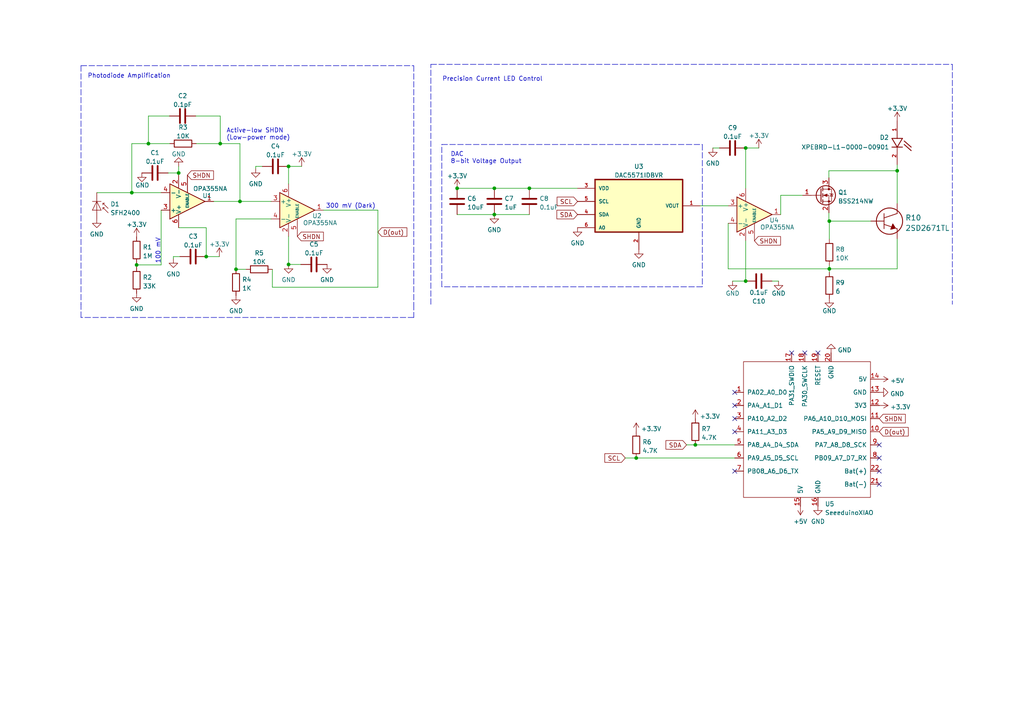
<source format=kicad_sch>
(kicad_sch (version 20211123) (generator eeschema)
  (paper "A4")
  (lib_symbols
    (symbol "2SD2671TL:2SD2671TL" (pin_numbers hide) (pin_names (offset 0) hide)
      (property "Reference" "R" (at 10.16 2.54 0))
      (property "Value" "2SD2671TL" (at 10.16 -5.08 0))
      (symbol "2SD2671TL_1_1"
        (polyline (pts (xy 2.54 0) (xy 3.81 0)) (stroke (width 0.2032)))
        (polyline (pts (xy 3.81 -2.2098) (xy 3.81 2.2098)) (stroke (width 0.2032)))
        (polyline (pts (xy 3.81 -0.9398) (xy 7.62 -2.2098)) (stroke (width 0.2032)))
        (polyline (pts (xy 3.81 0.9398) (xy 7.62 2.2098)) (stroke (width 0.2032)))
        (polyline (pts (xy 5.715 -2.3876) (xy 7.1374 -2.0574)) (stroke (width 0.127)))
        (polyline (pts (xy 6.35 -0.7874) (xy 5.715 -2.3876)) (stroke (width 0.127)))
        (polyline (pts (xy 7.1374 -2.0574) (xy 6.35 -0.7874)) (stroke (width 0.127)))
        (polyline (pts (xy 7.62 -2.54) (xy 7.62 -2.2098)) (stroke (width 0.2032)))
        (polyline (pts (xy 7.62 2.2098) (xy 7.62 2.54)) (stroke (width 0.2032)))
        (polyline (pts (xy 6.35 -0.7874) (xy 7.1374 -2.0574) (xy 5.715 -2.3876) (xy 6.35 -0.7874)) (fill (type outline)))
        (circle (center 5.3848 0) (radius 3.81) (stroke (width 0.254)))
        (pin unspecified line (at 7.62 5.08 270) (length 2.54) (name "~") (number "1"))
        (pin unspecified line (at 0 0 0) (length 2.54) (name "~") (number "2"))
        (pin unspecified line (at 7.62 -5.08 90) (length 2.54) (name "~") (number "3"))
      )
    )
    (symbol "Amplifier_Operational:OPA355NA" (pin_names (offset 0.127))
      (property "Reference" "U" (at 3.81 3.81 0))
      (property "Value" "OPA355NA" (at 3.81 -3.81 0))
      (symbol "OPA355NA_0_1"
        (polyline (pts (xy -5.08 5.08) (xy 5.08 0) (xy -5.08 -5.08) (xy -5.08 5.08)) (stroke (width 0.254)) (fill (type background)))
      )
      (symbol "OPA355NA_1_1"
        (pin output line (at 7.62 0 180) (length 2.54) (name "~") (number "1"))
        (pin power_in line (at -2.54 -7.62 90) (length 3.81) (name "V-") (number "2"))
        (pin input line (at -7.62 2.54 0) (length 2.54) (name "+") (number "3"))
        (pin input line (at -7.62 -2.54 0) (length 2.54) (name "-") (number "4"))
        (pin input line (at 0 -7.62 90) (length 5.08) (name "ENABLE") (number "5"))
        (pin power_in line (at -2.54 7.62 270) (length 3.81) (name "V+") (number "6"))
      )
    )
    (symbol "DAC5571IDBVR:DAC5571IDBVR" (pin_names (offset 1.016))
      (property "Reference" "U" (at -12.7 8.6106 0))
      (property "Value" "DAC5571IDBVR" (at -12.7 -11.6078 0))
      (symbol "DAC5571IDBVR_0_0"
        (rectangle (start -12.7 -7.62) (end 12.7 7.62) (stroke (width 0.4064)) (fill (type background)))
        (pin input line (at 17.78 0 180) (length 5.08) (name "VOUT") (number "1"))
        (pin input line (at 0 -12.7 90) (length 5.08) (name "GND") (number "2"))
        (pin input line (at -17.78 5.08 0) (length 5.08) (name "VDD") (number "3"))
        (pin bidirectional line (at -17.78 -2.54 0) (length 5.08) (name "SDA") (number "4"))
        (pin bidirectional line (at -17.78 1.27 0) (length 5.08) (name "SCL") (number "5"))
        (pin bidirectional line (at -17.78 -6.35 0) (length 5.08) (name "A0") (number "6"))
      )
    )
    (symbol "Device:C" (pin_numbers hide) (pin_names (offset 0.254))
      (property "Reference" "C" (at 0.635 2.54 0))
      (property "Value" "C" (at 0.635 -2.54 0))
      (symbol "C_0_1"
        (polyline (pts (xy -2.032 -0.762) (xy 2.032 -0.762)) (stroke (width 0.508)))
        (polyline (pts (xy -2.032 0.762) (xy 2.032 0.762)) (stroke (width 0.508)))
      )
      (symbol "C_1_1"
        (pin passive line (at 0 3.81 270) (length 2.794) (name "~") (number "1"))
        (pin passive line (at 0 -3.81 90) (length 2.794) (name "~") (number "2"))
      )
    )
    (symbol "Device:R" (pin_numbers hide) (pin_names (offset 0))
      (property "Reference" "R" (at 2.032 0 90))
      (property "Value" "R" (at 0 0 90))
      (symbol "R_0_1"
        (rectangle (start -1.016 -2.54) (end 1.016 2.54) (stroke (width 0.254)))
      )
      (symbol "R_1_1"
        (pin passive line (at 0 3.81 270) (length 1.27) (name "~") (number "1"))
        (pin passive line (at 0 -3.81 90) (length 1.27) (name "~") (number "2"))
      )
    )
    (symbol "Seeeduino XIAO:SeeeduinoXIAO" (pin_names (offset 1.016))
      (property "Reference" "U" (at -19.05 22.86 0))
      (property "Value" "SeeeduinoXIAO" (at -12.7 21.59 0))
      (symbol "SeeeduinoXIAO_0_1"
        (rectangle (start -19.05 20.32) (end 17.78 -19.05))
      )
      (symbol "SeeeduinoXIAO_1_1"
        (pin unspecified line (at -21.59 11.43 0) (length 2.54) (name "PA02_A0_D0") (number "1"))
        (pin unspecified line (at 20.32 0 180) (length 2.54) (name "PA5_A9_D9_MISO") (number "10"))
        (pin unspecified line (at 20.32 3.81 180) (length 2.54) (name "PA6_A10_D10_MOSI") (number "11"))
        (pin unspecified line (at 20.32 7.62 180) (length 2.54) (name "3V3") (number "12"))
        (pin unspecified line (at 20.32 11.43 180) (length 2.54) (name "GND") (number "13"))
        (pin unspecified line (at 20.32 15.24 180) (length 2.54) (name "5V") (number "14"))
        (pin input line (at -2.54 -21.59 90) (length 2.54) (name "5V") (number "15"))
        (pin input line (at 2.54 -21.59 90) (length 2.54) (name "GND") (number "16"))
        (pin input line (at -5.08 22.86 270) (length 2.54) (name "PA31_SWDIO") (number "17"))
        (pin input line (at -1.27 22.86 270) (length 2.54) (name "PA30_SWCLK") (number "18"))
        (pin input line (at 2.54 22.86 270) (length 2.54) (name "RESET") (number "19"))
        (pin unspecified line (at -21.59 7.62 0) (length 2.54) (name "PA4_A1_D1") (number "2"))
        (pin input line (at 6.35 22.86 270) (length 2.54) (name "GND") (number "20"))
        (pin input line (at 20.32 -15.24 180) (length 2.54) (name "Bat(-)") (number "21"))
        (pin input line (at 20.32 -11.43 180) (length 2.54) (name "Bat(+)") (number "22"))
        (pin unspecified line (at -21.59 3.81 0) (length 2.54) (name "PA10_A2_D2") (number "3"))
        (pin unspecified line (at -21.59 0 0) (length 2.54) (name "PA11_A3_D3") (number "4"))
        (pin unspecified line (at -21.59 -3.81 0) (length 2.54) (name "PA8_A4_D4_SDA") (number "5"))
        (pin unspecified line (at -21.59 -7.62 0) (length 2.54) (name "PA9_A5_D5_SCL") (number "6"))
        (pin unspecified line (at -21.59 -11.43 0) (length 2.54) (name "PB08_A6_D6_TX") (number "7"))
        (pin unspecified line (at 20.32 -7.62 180) (length 2.54) (name "PB09_A7_D7_RX") (number "8"))
        (pin unspecified line (at 20.32 -3.81 180) (length 2.54) (name "PA7_A8_D8_SCK") (number "9"))
      )
    )
    (symbol "Sensor_Optical:SFH2400" (pin_numbers hide) (pin_names hide)
      (property "Reference" "D" (at 0.508 1.778 0))
      (property "Value" "SFH2400" (at -1.016 -2.794 0))
      (symbol "SFH2400_0_1"
        (polyline (pts (xy -2.54 1.27) (xy -2.54 -1.27)) (stroke (width 0.1524)))
        (polyline (pts (xy -2.032 1.778) (xy -1.524 1.778)))
        (polyline (pts (xy 0 0) (xy -2.54 0)))
        (polyline (pts (xy 0 1.27) (xy 0 -1.27)))
        (polyline (pts (xy -0.508 3.302) (xy -2.032 1.778) (xy -2.032 2.286)))
        (polyline (pts (xy 0 1.27) (xy -2.54 0) (xy 0 -1.27)))
        (polyline (pts (xy 0.762 3.302) (xy -0.762 1.778) (xy -0.762 2.286) (xy -0.762 1.778) (xy -0.254 1.778)))
      )
      (symbol "SFH2400_1_1"
        (pin passive line (at -5.08 0 0) (length 2.54) (name "K") (number "1"))
        (pin passive line (at 2.54 0 180) (length 2.54) (name "A") (number "2"))
      )
    )
    (symbol "Transistor_FET:BSS214NW" (pin_names hide)
      (property "Reference" "Q" (at 5.08 1.905 0))
      (property "Value" "BSS214NW" (at 5.08 0 0))
      (symbol "BSS214NW_0_1"
        (polyline (pts (xy 0.254 0) (xy -2.54 0)))
        (polyline (pts (xy 0.254 1.905) (xy 0.254 -1.905)) (stroke (width 0.254)))
        (polyline (pts (xy 0.762 -1.27) (xy 0.762 -2.286)) (stroke (width 0.254)))
        (polyline (pts (xy 0.762 0.508) (xy 0.762 -0.508)) (stroke (width 0.254)))
        (polyline (pts (xy 0.762 2.286) (xy 0.762 1.27)) (stroke (width 0.254)))
        (polyline (pts (xy 2.54 2.54) (xy 2.54 1.778)))
        (polyline (pts (xy 2.54 -2.54) (xy 2.54 0) (xy 0.762 0)))
        (polyline (pts (xy 0.762 -1.778) (xy 3.302 -1.778) (xy 3.302 1.778) (xy 0.762 1.778)))
        (polyline (pts (xy 1.016 0) (xy 2.032 0.381) (xy 2.032 -0.381) (xy 1.016 0)) (fill (type outline)))
        (polyline (pts (xy 2.794 0.508) (xy 2.921 0.381) (xy 3.683 0.381) (xy 3.81 0.254)))
        (polyline (pts (xy 3.302 0.381) (xy 2.921 -0.254) (xy 3.683 -0.254) (xy 3.302 0.381)))
        (circle (center 1.651 0) (radius 2.794) (stroke (width 0.254)))
        (circle (center 2.54 -1.778) (radius 0.254) (fill (type outline)))
        (circle (center 2.54 1.778) (radius 0.254) (fill (type outline)))
      )
      (symbol "BSS214NW_1_1"
        (pin input line (at -5.08 0 0) (length 2.54) (name "G") (number "1"))
        (pin passive line (at 2.54 -5.08 90) (length 2.54) (name "S") (number "2"))
        (pin passive line (at 2.54 5.08 270) (length 2.54) (name "D") (number "3"))
      )
    )
    (symbol "XPEBRD-L1-0000-00901:XPEBRD-L1-0000-00901" (pin_names (offset 1.016) hide)
      (property "Reference" "D" (at -5.08 5.588 0))
      (property "Value" "XPEBRD-L1-0000-00901" (at -5.1054 -7.6454 0))
      (symbol "XPEBRD-L1-0000-00901_0_0"
        (polyline (pts (xy 0 -1.524) (xy 2.54 0)) (stroke (width 0.254)))
        (polyline (pts (xy 0 0) (xy -2.54 0)) (stroke (width 0.1524)))
        (polyline (pts (xy 0 0) (xy 0 -1.524)) (stroke (width 0.254)))
        (polyline (pts (xy 0 1.524) (xy 0 0)) (stroke (width 0.254)))
        (polyline (pts (xy 0.762 2.032) (xy 2.54 4.064)) (stroke (width 0.254)))
        (polyline (pts (xy 1.778 2.032) (xy 3.556 4.064)) (stroke (width 0.254)))
        (polyline (pts (xy 2.54 0) (xy 0 1.524)) (stroke (width 0.254)))
        (polyline (pts (xy 2.54 1.524) (xy 2.54 -1.524)) (stroke (width 0.254)))
        (pin passive line (at -5.08 0 0) (length 5.08) (name "~") (number "1"))
        (pin passive line (at 7.62 0 180) (length 5.08) (name "~") (number "2"))
      )
    )
    (symbol "power:+3.3V" (power) (pin_names (offset 0))
      (property "Value" "+3.3V" (at 0 3.556 0))
      (symbol "+3.3V_0_1"
        (polyline (pts (xy -0.762 1.27) (xy 0 2.54)))
        (polyline (pts (xy 0 0) (xy 0 2.54)))
        (polyline (pts (xy 0 2.54) (xy 0.762 1.27)))
      )
      (symbol "+3.3V_1_1"
        (pin power_in line (at 0 0 90) (length 0) hide (name "+3.3V") (number "1"))
      )
    )
    (symbol "power:+5V" (power) (pin_names (offset 0))
      (property "Value" "+5V" (at 0 3.556 0))
      (symbol "+5V_0_1"
        (polyline (pts (xy -0.762 1.27) (xy 0 2.54)))
        (polyline (pts (xy 0 0) (xy 0 2.54)))
        (polyline (pts (xy 0 2.54) (xy 0.762 1.27)))
      )
      (symbol "+5V_1_1"
        (pin power_in line (at 0 0 90) (length 0) hide (name "+5V") (number "1"))
      )
    )
    (symbol "power:GND" (power) (pin_names (offset 0))
      (property "Value" "GND" (at 0 -3.81 0))
      (symbol "GND_0_1"
        (polyline (pts (xy 0 0) (xy 0 -1.27) (xy 1.27 -1.27) (xy 0 -2.54) (xy -1.27 -1.27) (xy 0 -1.27)))
      )
      (symbol "GND_1_1"
        (pin power_in line (at 0 0 270) (length 0) hide (name "GND") (number "1"))
      )
    )
  )
  (junction (at 132.588 54.61))
  (junction (at 83.693 48.26))
  (junction (at 260.223 49.53))
  (junction (at 43.053 41.656))
  (junction (at 59.817 74.422))
  (junction (at 216.281 42.926))
  (junction (at 153.543 54.61))
  (junction (at 68.453 78.105))
  (junction (at 83.693 76.708))
  (junction (at 63.881 41.656))
  (junction (at 240.538 64.135))
  (junction (at 143.383 54.61))
  (junction (at 240.538 77.978))
  (junction (at 69.596 58.42))
  (junction (at 216.281 81.534))
  (junction (at 39.624 76.835))
  (junction (at 143.383 62.23))
  (junction (at 38.227 55.88))
  (junction (at 201.676 129.032))
  (junction (at 51.816 50.165))
  (junction (at 184.531 132.842))
  (no_connect (at 213.106 125.222))
  (no_connect (at 213.106 121.412))
  (no_connect (at 213.106 117.602))
  (no_connect (at 213.106 113.792))
  (no_connect (at 213.106 136.652))
  (no_connect (at 255.016 136.652))
  (no_connect (at 255.016 140.462))
  (no_connect (at 255.016 129.032))
  (no_connect (at 255.016 132.842))
  (no_connect (at 229.616 102.362))
  (no_connect (at 233.426 102.362))
  (no_connect (at 237.236 102.362))
  (wire (pts (xy 132.588 54.61) (xy 143.383 54.61)))
  (wire (pts (xy 83.693 48.26) (xy 87.503 48.26)))
  (wire (pts (xy 68.453 78.105) (xy 71.374 78.105)))
  (wire (pts (xy 83.693 68.58) (xy 83.693 76.708)))
  (wire (pts (xy 78.994 83.312) (xy 109.601 83.312)))
  (polyline (pts (xy 128.143 83.185) (xy 128.143 41.91)))
  (wire (pts (xy 240.538 64.135) (xy 252.603 64.135)))
  (wire (pts (xy 49.276 41.656) (xy 43.053 41.656)))
  (wire (pts (xy 225.806 81.534) (xy 223.901 81.534)))
  (wire (pts (xy 199.136 129.032) (xy 201.676 129.032)))
  (wire (pts (xy 240.411 64.135) (xy 240.538 64.135)))
  (wire (pts (xy 48.768 50.165) (xy 51.816 50.165)))
  (wire (pts (xy 46.736 76.835) (xy 46.736 60.96)))
  (wire (pts (xy 83.693 48.26) (xy 83.693 53.34)))
  (wire (pts (xy 260.223 47.752) (xy 260.223 49.53)))
  (polyline (pts (xy 203.708 41.91) (xy 203.708 83.185)))
  (wire (pts (xy 240.538 64.135) (xy 240.538 69.342)))
  (wire (pts (xy 78.994 78.105) (xy 78.994 83.312)))
  (wire (pts (xy 260.223 69.215) (xy 260.223 77.978)))
  (wire (pts (xy 68.453 63.5) (xy 68.453 78.105)))
  (wire (pts (xy 59.817 66.04) (xy 59.817 74.422)))
  (polyline (pts (xy 23.495 19.05) (xy 23.495 88.265)))
  (polyline (pts (xy 120.015 88.265) (xy 120.015 92.075)))
  (wire (pts (xy 59.817 74.422) (xy 63.627 74.422)))
  (polyline (pts (xy 203.708 83.185) (xy 128.143 83.185)))
  (wire (pts (xy 240.538 77.978) (xy 240.538 78.994)))
  (polyline (pts (xy 23.495 92.075) (xy 23.495 88.265)))
  (wire (pts (xy 69.596 58.42) (xy 78.613 58.42)))
  (wire (pts (xy 69.596 41.656) (xy 69.596 58.42)))
  (wire (pts (xy 50.292 74.422) (xy 52.197 74.422)))
  (wire (pts (xy 143.383 54.61) (xy 153.543 54.61)))
  (polyline (pts (xy 120.015 19.05) (xy 120.015 88.265)))
  (wire (pts (xy 51.816 66.04) (xy 59.817 66.04)))
  (wire (pts (xy 216.281 42.926) (xy 220.091 42.926)))
  (wire (pts (xy 63.881 33.655) (xy 63.881 41.656)))
  (wire (pts (xy 132.588 62.23) (xy 143.383 62.23)))
  (wire (pts (xy 240.411 51.562) (xy 240.411 49.53)))
  (wire (pts (xy 43.053 33.655) (xy 43.053 41.656)))
  (wire (pts (xy 260.223 77.978) (xy 240.538 77.978)))
  (polyline (pts (xy 23.495 19.05) (xy 120.015 19.05)))
  (wire (pts (xy 83.693 76.708) (xy 87.249 76.708)))
  (wire (pts (xy 216.281 81.534) (xy 212.471 81.534)))
  (wire (pts (xy 226.441 56.642) (xy 232.791 56.642)))
  (wire (pts (xy 74.168 48.26) (xy 76.073 48.26)))
  (wire (pts (xy 184.531 132.842) (xy 213.106 132.842)))
  (polyline (pts (xy 128.143 41.91) (xy 203.708 41.91)))
  (wire (pts (xy 143.383 62.23) (xy 153.543 62.23)))
  (wire (pts (xy 109.601 60.96) (xy 109.601 83.312)))
  (wire (pts (xy 49.149 33.655) (xy 43.053 33.655)))
  (polyline (pts (xy 124.968 18.669) (xy 276.225 18.669)))
  (wire (pts (xy 203.073 59.69) (xy 211.201 59.69)))
  (wire (pts (xy 181.356 132.842) (xy 184.531 132.842)))
  (wire (pts (xy 153.543 54.61) (xy 167.513 54.61)))
  (wire (pts (xy 211.201 77.978) (xy 240.538 77.978)))
  (wire (pts (xy 226.441 62.23) (xy 226.441 56.642)))
  (polyline (pts (xy 124.968 88.265) (xy 124.968 18.669)))
  (wire (pts (xy 56.769 33.655) (xy 63.881 33.655)))
  (wire (pts (xy 61.976 58.42) (xy 69.596 58.42)))
  (wire (pts (xy 51.816 50.165) (xy 51.816 50.8)))
  (wire (pts (xy 74.168 48.895) (xy 74.168 48.26)))
  (wire (pts (xy 68.453 63.5) (xy 78.613 63.5)))
  (wire (pts (xy 38.227 41.656) (xy 38.227 55.88)))
  (wire (pts (xy 50.292 75.057) (xy 50.292 74.422)))
  (polyline (pts (xy 120.015 92.075) (xy 23.495 92.075)))
  (wire (pts (xy 211.201 64.77) (xy 211.201 77.978)))
  (wire (pts (xy 56.896 41.656) (xy 63.881 41.656)))
  (wire (pts (xy 201.676 129.032) (xy 213.106 129.032)))
  (wire (pts (xy 206.756 42.926) (xy 208.661 42.926)))
  (wire (pts (xy 39.624 76.835) (xy 39.624 77.47)))
  (wire (pts (xy 240.411 61.722) (xy 240.411 64.135)))
  (wire (pts (xy 39.624 76.327) (xy 39.624 76.835)))
  (polyline (pts (xy 276.225 18.669) (xy 276.225 88.265)))
  (wire (pts (xy 240.411 49.53) (xy 260.223 49.53)))
  (wire (pts (xy 43.053 41.656) (xy 38.227 41.656)))
  (wire (pts (xy 63.881 41.656) (xy 69.596 41.656)))
  (wire (pts (xy 216.281 81.534) (xy 216.281 69.85)))
  (wire (pts (xy 51.816 48.26) (xy 51.816 50.165)))
  (wire (pts (xy 28.067 55.88) (xy 38.227 55.88)))
  (wire (pts (xy 260.223 49.53) (xy 260.223 59.055)))
  (wire (pts (xy 93.853 60.96) (xy 109.601 60.96)))
  (wire (pts (xy 38.227 55.88) (xy 46.736 55.88)))
  (wire (pts (xy 39.624 76.835) (xy 46.736 76.835)))
  (wire (pts (xy 216.281 42.926) (xy 216.281 54.61)))
  (wire (pts (xy 240.538 76.962) (xy 240.538 77.978)))
  (text "Precision Current LED Control" (at 128.27 23.749 0) (effects (font (size 1.27 1.27)) (justify left bottom)))
  (text "300 mV (Dark)" (at 108.966 60.579 180) (effects (font (size 1.27 1.27)) (justify right bottom)))
  (text "Photodiode Amplification" (at 25.4 22.86 0) (effects (font (size 1.27 1.27)) (justify left bottom)))
  (text "Active-low SHDN\n(Low-power mode)" (at 65.659 40.767 0) (effects (font (size 1.27 1.27)) (justify left bottom)))
  (text "DAC\n8-bit Voltage Output" (at 130.683 47.625 0) (effects (font (size 1.27 1.27)) (justify left bottom)))
  (text "100 mV" (at 46.609 76.581 90) (effects (font (size 1.27 1.27)) (justify left bottom)))
  (global_label "SDA" (shape input) (at 167.513 62.23 180) (property "Intersheet References" "${INTERSHEET_REFS}" (effects hide)))
  (global_label "SHDN" (shape input) (at 54.356 50.8 0) (property "Intersheet References" "${INTERSHEET_REFS}" (effects hide)))
  (global_label "SHDN" (shape input) (at 255.016 121.412 0) (property "Intersheet References" "${INTERSHEET_REFS}" (effects hide)))
  (global_label "SHDN" (shape input) (at 218.821 69.85 0) (property "Intersheet References" "${INTERSHEET_REFS}" (effects hide)))
  (global_label "SCL" (shape input) (at 181.356 132.842 180) (property "Intersheet References" "${INTERSHEET_REFS}" (effects hide)))
  (global_label "D(out)" (shape input) (at 255.016 125.222 0) (property "Intersheet References" "${INTERSHEET_REFS}" (effects hide)))
  (global_label "SDA" (shape input) (at 199.136 129.032 180) (property "Intersheet References" "${INTERSHEET_REFS}" (effects hide)))
  (global_label "SCL" (shape input) (at 167.513 58.42 180) (property "Intersheet References" "${INTERSHEET_REFS}" (effects hide)))
  (global_label "D(out)" (shape input) (at 109.601 67.31 0) (property "Intersheet References" "${INTERSHEET_REFS}" (effects hide)))
  (global_label "SHDN" (shape input) (at 86.233 68.58 0) (property "Intersheet References" "${INTERSHEET_REFS}" (effects hide)))
  (symbol (lib_id "power:+3.3V") (at 63.627 74.422 0) (unit 1)
    (property "Reference" "#PWR0128" (effects hide))
    (property "Value" "+3.3V" (at 63.627 70.8462 0))
  )
  (symbol (lib_id "power:GND") (at 39.624 85.09 0) (unit 1)
    (property "Reference" "#PWR0130" (effects hide))
    (property "Value" "GND" (at 39.624 89.5334 0))
  )
  (symbol (lib_id "Device:R") (at 184.531 129.032 0) (unit 1)
    (property "Reference" "R6" (at 186.309 128.1973 0) (effects (justify left)))
    (property "Value" "4.7K" (at 186.309 130.7342 0) (effects (justify left)))
    (property "Footprint" "Resistor_SMD:R_0805_2012Metric" (effects hide))
  )
  (symbol (lib_id "DAC5571IDBVR:DAC5571IDBVR") (at 185.293 59.69 0) (unit 1)
    (property "Reference" "U3" (at 185.293 48.294 0))
    (property "Value" "DAC5571IDBVR" (at 185.293 50.8309 0))
    (property "Footprint" "DAC5571IDBVR:SOT95P280X145-6N" (effects hide))
  )
  (symbol (lib_id "power:+5V") (at 255.016 109.982 270) (unit 1)
    (property "Reference" "#PWR0118" (effects hide))
    (property "Value" "+5V" (at 258.191 110.4158 90) (effects (justify left)))
  )
  (symbol (lib_id "power:GND") (at 68.453 85.725 0) (unit 1)
    (property "Reference" "#PWR0127" (effects hide))
    (property "Value" "GND" (at 68.453 90.1684 0))
  )
  (symbol (lib_id "Device:C") (at 212.471 42.926 90) (unit 1)
    (property "Reference" "C9" (at 212.471 37.0672 90))
    (property "Value" "0.1uF" (at 212.471 39.6041 90))
    (property "Footprint" "Capacitor_SMD:C_0805_2012Metric" (effects hide))
  )
  (symbol (lib_id "power:GND") (at 240.538 86.614 0) (unit 1)
    (property "Reference" "#PWR0112" (effects hide))
    (property "Value" "GND" (at 238.506 90.17 0) (effects (justify left)))
  )
  (symbol (lib_id "power:GND") (at 167.513 66.04 0) (unit 1)
    (property "Reference" "#PWR0104" (effects hide))
    (property "Value" "GND" (at 167.513 70.4834 0))
  )
  (symbol (lib_id "power:GND") (at 28.067 63.5 0) (unit 1)
    (property "Reference" "#PWR0125" (effects hide))
    (property "Value" "GND" (at 28.067 67.9434 0))
  )
  (symbol (lib_id "Device:R") (at 39.624 81.28 180) (unit 1)
    (property "Reference" "R2" (at 41.402 80.4453 0) (effects (justify right)))
    (property "Value" "33K" (at 41.402 82.9822 0) (effects (justify right)))
    (property "Footprint" "Resistor_SMD:R_0805_2012Metric" (effects hide))
  )
  (symbol (lib_id "Device:R") (at 201.676 125.222 0) (unit 1)
    (property "Reference" "R7" (at 203.454 124.3873 0) (effects (justify left)))
    (property "Value" "4.7K" (at 203.454 126.9242 0) (effects (justify left)))
    (property "Footprint" "Resistor_SMD:R_0805_2012Metric" (effects hide))
  )
  (symbol (lib_id "power:GND") (at 94.869 76.708 0) (unit 1)
    (property "Reference" "#PWR0103" (effects hide))
    (property "Value" "GND" (at 94.869 81.1514 0))
  )
  (symbol (lib_id "2SD2671TL:2SD2671TL") (at 252.603 64.135 0) (unit 1)
    (property "Reference" "R10" (at 262.5598 63.1588 0) (effects (font (size 1.524 1.524)) (justify left)))
    (property "Value" "2SD2671TL" (at 262.5598 66.1522 0) (effects (font (size 1.524 1.524)) (justify left)))
    (property "Footprint" "2SD2671TL:2SD2671TL" (effects hide))
  )
  (symbol (lib_id "Amplifier_Operational:OPA355NA") (at 54.356 58.42 0) (mirror x) (unit 1)
    (property "Reference" "U1" (at 60.071 56.769 0))
    (property "Value" "OPA355NA" (at 60.96 54.737 0))
    (property "Footprint" "Package_TO_SOT_SMD:SOT-23-6" (effects hide))
    (property "Datasheet" "http://www.ti.com/lit/ds/symlink/opa355.pdf" (effects hide))
  )
  (symbol (lib_id "power:GND") (at 255.016 113.792 90) (unit 1)
    (property "Reference" "#PWR0119" (effects hide))
    (property "Value" "GND" (at 258.191 114.2258 90) (effects (justify right)))
  )
  (symbol (lib_id "power:+3.3V") (at 132.588 54.61 0) (unit 1)
    (property "Reference" "#PWR0107" (effects hide))
    (property "Value" "+3.3V" (at 132.588 51.0342 0))
  )
  (symbol (lib_id "Transistor_FET:BSS214NW") (at 237.871 56.642 0) (unit 1)
    (property "Reference" "Q1" (at 243.078 55.8073 0) (effects (justify left)))
    (property "Value" "BSS214NW" (at 243.078 58.3442 0) (effects (justify left)))
    (property "Footprint" "Package_TO_SOT_SMD:SOT-323_SC-70" (effects hide))
    (property "Datasheet" "https://www.infineon.com/dgdl/Infineon-BSS214NW-DS-v02_02-en.pdf?fileId=db3a30431b3e89eb011b695aebc01bde" (effects hide))
  )
  (symbol (lib_id "Device:C") (at 91.059 76.708 90) (unit 1)
    (property "Reference" "C5" (at 91.059 70.8492 90))
    (property "Value" "0.1uF" (at 91.059 73.3861 90))
    (property "Footprint" "Capacitor_SMD:C_0805_2012Metric" (effects hide))
  )
  (symbol (lib_id "Device:C") (at 56.007 74.422 90) (unit 1)
    (property "Reference" "C3" (at 56.007 68.5632 90))
    (property "Value" "0.1uF" (at 56.007 71.1001 90))
    (property "Footprint" "Capacitor_SMD:C_0805_2012Metric" (effects hide))
  )
  (symbol (lib_id "Amplifier_Operational:OPA355NA") (at 86.233 60.96 0) (unit 1)
    (property "Reference" "U2" (at 91.948 62.611 0))
    (property "Value" "OPA355NA" (at 92.837 64.643 0))
    (property "Footprint" "Package_TO_SOT_SMD:SOT-23-6" (effects hide))
    (property "Datasheet" "http://www.ti.com/lit/ds/symlink/opa355.pdf" (effects hide))
  )
  (symbol (lib_id "Device:R") (at 68.453 81.915 180) (unit 1)
    (property "Reference" "R4" (at 70.231 81.0803 0) (effects (justify right)))
    (property "Value" "1K" (at 70.231 83.6172 0) (effects (justify right)))
    (property "Footprint" "Resistor_SMD:R_0805_2012Metric" (effects hide))
  )
  (symbol (lib_id "power:+3.3V") (at 255.016 117.602 270) (unit 1)
    (property "Reference" "#PWR0120" (effects hide))
    (property "Value" "+3.3V" (at 258.191 118.0358 90) (effects (justify left)))
  )
  (symbol (lib_id "Device:C") (at 153.543 58.42 0) (unit 1)
    (property "Reference" "C8" (at 156.464 57.5853 0) (effects (justify left)))
    (property "Value" "0.1uF" (at 156.464 60.1222 0) (effects (justify left)))
    (property "Footprint" "Capacitor_SMD:C_0805_2012Metric" (effects hide))
  )
  (symbol (lib_id "Device:C") (at 44.958 50.165 90) (unit 1)
    (property "Reference" "C1" (at 44.958 44.3062 90))
    (property "Value" "0.1uF" (at 44.958 46.8431 90))
    (property "Footprint" "Capacitor_SMD:C_0805_2012Metric" (effects hide))
  )
  (symbol (lib_id "power:GND") (at 143.383 62.23 0) (unit 1)
    (property "Reference" "#PWR0105" (effects hide))
    (property "Value" "GND" (at 143.383 66.6734 0))
  )
  (symbol (lib_id "power:GND") (at 50.292 75.057 0) (unit 1)
    (property "Reference" "#PWR0129" (effects hide))
    (property "Value" "GND" (at 50.292 79.5004 0))
  )
  (symbol (lib_id "power:GND") (at 237.236 146.812 0) (unit 1)
    (property "Reference" "#PWR0117" (effects hide))
    (property "Value" "GND" (at 237.236 151.2554 0))
  )
  (symbol (lib_id "power:+3.3V") (at 260.223 35.052 0) (unit 1)
    (property "Reference" "#PWR0113" (effects hide))
    (property "Value" "+3.3V" (at 260.223 31.4762 0))
  )
  (symbol (lib_id "power:GND") (at 206.756 42.926 0) (unit 1)
    (property "Reference" "#PWR0108" (effects hide))
    (property "Value" "GND" (at 206.756 47.3694 0))
  )
  (symbol (lib_id "power:GND") (at 185.293 72.39 0) (unit 1)
    (property "Reference" "#PWR0106" (effects hide))
    (property "Value" "GND" (at 185.293 76.8334 0))
  )
  (symbol (lib_id "power:+3.3V") (at 39.624 68.707 0) (unit 1)
    (property "Reference" "#PWR0124" (effects hide))
    (property "Value" "+3.3V" (at 39.624 65.1312 0))
  )
  (symbol (lib_id "power:+3.3V") (at 184.531 125.222 0) (unit 1)
    (property "Reference" "#PWR0115" (effects hide))
    (property "Value" "+3.3V" (at 185.928 124.3858 0) (effects (justify left)))
  )
  (symbol (lib_id "power:+5V") (at 232.156 146.812 180) (unit 1)
    (property "Reference" "#PWR0116" (effects hide))
    (property "Value" "+5V" (at 232.156 151.2554 0))
  )
  (symbol (lib_id "power:GND") (at 212.471 81.534 0) (unit 1)
    (property "Reference" "#PWR0110" (effects hide))
    (property "Value" "GND" (at 210.439 85.09 0) (effects (justify left)))
  )
  (symbol (lib_id "Device:R") (at 240.538 82.804 0) (unit 1)
    (property "Reference" "R9" (at 242.316 81.9693 0) (effects (justify left)))
    (property "Value" "6" (at 242.316 84.5062 0) (effects (justify left)))
    (property "Footprint" "Resistor_SMD:R_2512_6332Metric" (effects hide))
  )
  (symbol (lib_id "power:GND") (at 74.168 48.895 0) (unit 1)
    (property "Reference" "#PWR0126" (effects hide))
    (property "Value" "GND" (at 74.168 53.3384 0))
  )
  (symbol (lib_id "XPEBRD-L1-0000-00901:XPEBRD-L1-0000-00901") (at 260.223 40.132 270) (unit 1)
    (property "Reference" "D2" (at 255.143 39.878 90) (effects (justify left)))
    (property "Value" "XPEBRD-L1-0000-00901" (at 232.41 42.672 90) (effects (justify left)))
    (property "Footprint" "XPEBRD-L1-0000-00901:LED_XPEBRD-L1-0000-00901" (effects hide))
    (property "MANUFACTURER" "CREE" (effects hide))
  )
  (symbol (lib_id "Device:C") (at 79.883 48.26 90) (unit 1)
    (property "Reference" "C4" (at 79.883 42.4012 90))
    (property "Value" "0.1uF" (at 79.883 44.9381 90))
    (property "Footprint" "Capacitor_SMD:C_0805_2012Metric" (effects hide))
  )
  (symbol (lib_id "Amplifier_Operational:OPA355NA") (at 218.821 62.23 0) (unit 1)
    (property "Reference" "U4" (at 224.536 63.881 0))
    (property "Value" "OPA355NA" (at 225.425 65.913 0))
    (property "Footprint" "Package_TO_SOT_SMD:SOT-23-6" (effects hide))
    (property "Datasheet" "http://www.ti.com/lit/ds/symlink/opa355.pdf" (effects hide))
  )
  (symbol (lib_id "Seeeduino XIAO:SeeeduinoXIAO") (at 234.696 125.222 0) (unit 1)
    (property "Reference" "U5" (at 239.2554 146.1754 0) (effects (justify left)))
    (property "Value" "SeeeduinoXIAO" (at 239.2554 148.7123 0) (effects (justify left)))
    (property "Footprint" "Seeeduino XIAO:Seeeduino XIAO-MOUDLE14P-2.54-21X17.8MM" (effects hide))
  )
  (symbol (lib_id "power:+3.3V") (at 87.503 48.26 0) (unit 1)
    (property "Reference" "#PWR0102" (effects hide))
    (property "Value" "+3.3V" (at 87.503 44.6842 0))
  )
  (symbol (lib_id "power:GND") (at 51.816 48.26 180) (unit 1)
    (property "Reference" "#PWR0123" (effects hide))
    (property "Value" "GND" (at 51.816 44.6842 0))
  )
  (symbol (lib_id "power:GND") (at 41.148 50.165 0) (unit 1)
    (property "Reference" "#PWR0122" (effects hide))
    (property "Value" "GND" (at 39.243 53.721 0) (effects (justify left)))
  )
  (symbol (lib_id "Device:R") (at 39.624 72.517 180) (unit 1)
    (property "Reference" "R1" (at 41.402 71.6823 0) (effects (justify right)))
    (property "Value" "1M" (at 41.402 74.2192 0) (effects (justify right)))
    (property "Footprint" "Resistor_SMD:R_0805_2012Metric" (effects hide))
  )
  (symbol (lib_id "power:GND") (at 83.693 76.708 0) (unit 1)
    (property "Reference" "#PWR0101" (effects hide))
    (property "Value" "GND" (at 83.693 81.1514 0))
  )
  (symbol (lib_id "Device:C") (at 143.383 58.42 0) (unit 1)
    (property "Reference" "C7" (at 146.304 57.5853 0) (effects (justify left)))
    (property "Value" "1uF" (at 146.304 60.1222 0) (effects (justify left)))
    (property "Footprint" "Capacitor_SMD:C_0805_2012Metric" (effects hide))
  )
  (symbol (lib_id "Device:C") (at 132.588 58.42 0) (unit 1)
    (property "Reference" "C6" (at 135.509 57.5853 0) (effects (justify left)))
    (property "Value" "10uF" (at 135.509 60.1222 0) (effects (justify left)))
    (property "Footprint" "Capacitor_SMD:C_0805_2012Metric" (effects hide))
  )
  (symbol (lib_id "Device:R") (at 240.538 73.152 0) (unit 1)
    (property "Reference" "R8" (at 242.316 72.3173 0) (effects (justify left)))
    (property "Value" "10K" (at 242.316 74.8542 0) (effects (justify left)))
    (property "Footprint" "Resistor_SMD:R_0805_2012Metric" (effects hide))
  )
  (symbol (lib_id "Device:C") (at 52.959 33.655 90) (unit 1)
    (property "Reference" "C2" (at 52.959 27.7962 90))
    (property "Value" "0.1pF" (at 52.959 30.3331 90))
    (property "Footprint" "Capacitor_SMD:C_0805_2012Metric" (effects hide))
  )
  (symbol (lib_id "power:GND") (at 225.806 81.534 0) (unit 1)
    (property "Reference" "#PWR0111" (effects hide))
    (property "Value" "GND" (at 223.774 85.09 0) (effects (justify left)))
  )
  (symbol (lib_id "Device:R") (at 75.184 78.105 270) (unit 1)
    (property "Reference" "R5" (at 75.184 73.3892 90))
    (property "Value" "10K" (at 75.184 75.9261 90))
    (property "Footprint" "Resistor_SMD:R_0805_2012Metric" (effects hide))
  )
  (symbol (lib_id "power:+3.3V") (at 220.091 42.926 0) (unit 1)
    (property "Reference" "#PWR0109" (effects hide))
    (property "Value" "+3.3V" (at 220.091 39.3502 0))
  )
  (symbol (lib_id "Device:R") (at 53.086 41.656 90) (unit 1)
    (property "Reference" "R3" (at 53.086 36.9402 90))
    (property "Value" "10K" (at 53.086 39.4771 90))
    (property "Footprint" "Resistor_SMD:R_0805_2012Metric" (effects hide))
  )
  (symbol (lib_id "Sensor_Optical:SFH2400") (at 28.067 60.96 270) (unit 1)
    (property "Reference" "D1" (at 32.004 59.1982 90) (effects (justify left)))
    (property "Value" "SFH2400" (at 32.004 61.7351 90) (effects (justify left)))
    (property "Footprint" "OptoDevice:Osram_SMD-SmartDIL" (effects hide))
    (property "Datasheet" "http://www.osram-os.com/Graphics/XPic5/00215665_0.pdf/SFH%202400.pdf" (effects hide))
  )
  (symbol (lib_id "Device:C") (at 220.091 81.534 270) (unit 1)
    (property "Reference" "C10" (at 220.091 87.3928 90))
    (property "Value" "0.1uF" (at 220.091 84.8559 90))
    (property "Footprint" "Capacitor_SMD:C_0805_2012Metric" (effects hide))
  )
  (symbol (lib_id "power:GND") (at 241.046 102.362 180) (unit 1)
    (property "Reference" "#PWR0121" (effects hide))
    (property "Value" "GND" (at 242.951 101.5258 0) (effects (justify right)))
  )
  (symbol (lib_id "power:+3.3V") (at 201.676 121.412 0) (unit 1)
    (property "Reference" "#PWR0114" (effects hide))
    (property "Value" "+3.3V" (at 202.946 120.777 0) (effects (justify left)))
  )
)
</source>
